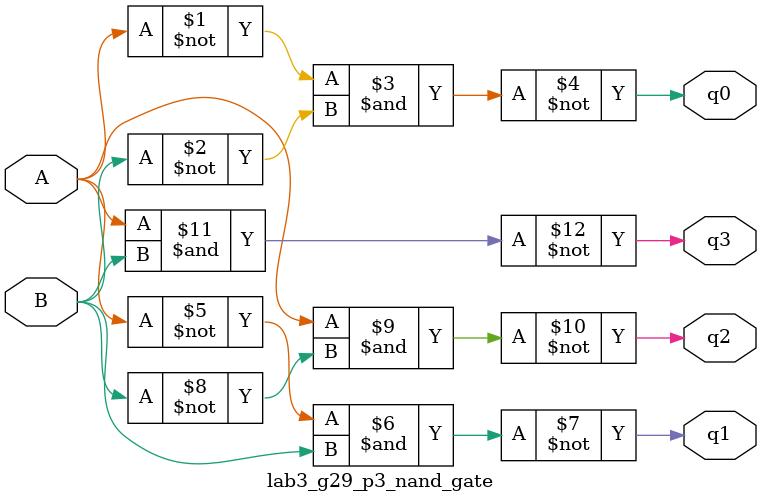
<source format=sv>
module lab3_g29_p3_nand_gate( 

   input logic A, B,
	output logic q0, q1, q2, q3

);

	assign q0 = ~(~A&~B);
	assign q1 = ~(~A&B);
	assign q2 = ~(A&~B);
	assign q3 = ~(A&B);


endmodule
</source>
